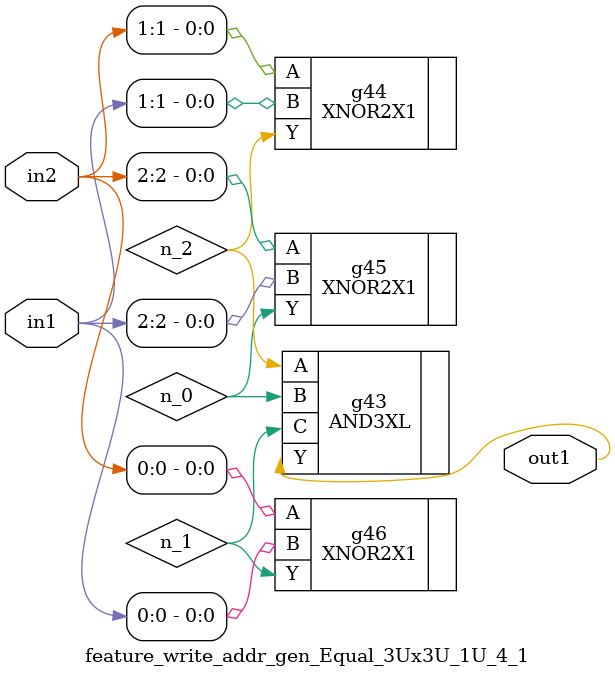
<source format=v>
`timescale 1ps / 1ps


module feature_write_addr_gen_Equal_3Ux3U_1U_4_1(in2, in1, out1);
  input [2:0] in2, in1;
  output out1;
  wire [2:0] in2, in1;
  wire out1;
  wire n_0, n_1, n_2;
  AND3XL g43(.A (n_2), .B (n_0), .C (n_1), .Y (out1));
  XNOR2X1 g44(.A (in2[1]), .B (in1[1]), .Y (n_2));
  XNOR2X1 g46(.A (in2[0]), .B (in1[0]), .Y (n_1));
  XNOR2X1 g45(.A (in2[2]), .B (in1[2]), .Y (n_0));
endmodule



</source>
